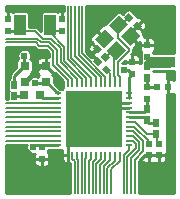
<source format=gbr>
G04 #@! TF.FileFunction,Copper,L1,Top,Signal*
%FSLAX46Y46*%
G04 Gerber Fmt 4.6, Leading zero omitted, Abs format (unit mm)*
G04 Created by KiCad (PCBNEW 4.0.0-stable) date Tuesday, December 15, 2015 'AMt' 11:23:10 AM*
%MOMM*%
G01*
G04 APERTURE LIST*
%ADD10C,0.100000*%
%ADD11R,0.750001X0.800001*%
%ADD12R,0.499999X0.650001*%
%ADD13R,1.000001X1.799999*%
%ADD14R,0.499999X0.599999*%
%ADD15R,0.599999X0.499999*%
%ADD16O,0.650001X0.200000*%
%ADD17O,0.200000X0.650001*%
%ADD18R,4.700001X4.700001*%
%ADD19R,0.800001X0.750001*%
%ADD20C,0.609600*%
%ADD21R,1.016000X0.939800*%
%ADD22C,0.660001*%
%ADD23C,0.254000*%
%ADD24C,0.152400*%
%ADD25C,0.228600*%
%ADD26C,0.381000*%
%ADD27C,0.203200*%
%ADD28C,0.939800*%
G04 APERTURE END LIST*
D10*
D11*
X78245000Y87520000D03*
X79595000Y87520000D03*
D12*
X77400000Y87455000D03*
X77400000Y88405000D03*
D13*
X77902935Y93467217D03*
X80402935Y93467217D03*
D14*
X81438935Y93967217D03*
X81438935Y92967217D03*
X76866935Y93967217D03*
X76866935Y92967217D03*
D10*
G36*
X84524330Y90028271D02*
X84100068Y90452533D01*
X84453620Y90806085D01*
X84877882Y90381823D01*
X84524330Y90028271D01*
X84524330Y90028271D01*
G37*
G36*
X85231436Y89321165D02*
X84807174Y89745427D01*
X85160726Y90098979D01*
X85584988Y89674717D01*
X85231436Y89321165D01*
X85231436Y89321165D01*
G37*
G36*
X85109926Y91165779D02*
X85534188Y90741517D01*
X85180636Y90387965D01*
X84756374Y90812227D01*
X85109926Y91165779D01*
X85109926Y91165779D01*
G37*
G36*
X84402820Y91872885D02*
X84827082Y91448623D01*
X84473530Y91095071D01*
X84049268Y91519333D01*
X84402820Y91872885D01*
X84402820Y91872885D01*
G37*
G36*
X87140530Y93762071D02*
X86716268Y94186333D01*
X87069820Y94539885D01*
X87494082Y94115623D01*
X87140530Y93762071D01*
X87140530Y93762071D01*
G37*
G36*
X87847636Y93054965D02*
X87423374Y93479227D01*
X87776926Y93832779D01*
X88201188Y93408517D01*
X87847636Y93054965D01*
X87847636Y93054965D01*
G37*
D14*
X88652528Y90808225D03*
X88652528Y91808225D03*
X87382528Y89360425D03*
X87382528Y90360425D03*
D12*
X88652528Y89979825D03*
X88652528Y89029825D03*
D15*
X89447928Y88260225D03*
X90447928Y88260225D03*
D14*
X88652528Y88201425D03*
X88652528Y87201425D03*
D12*
X88652528Y85423025D03*
X88652528Y86373025D03*
X89363730Y84280025D03*
X89363730Y85230025D03*
D14*
X89617728Y83451625D03*
X89617728Y82451625D03*
X88779528Y82451625D03*
X88779528Y83451625D03*
X79737125Y83146825D03*
X79737125Y82146825D03*
D16*
X81080933Y87691617D03*
X81080933Y87291617D03*
X81080933Y86891617D03*
X81080933Y86491617D03*
X81080933Y86091617D03*
X81080933Y85691617D03*
X81080933Y85291617D03*
X81080933Y84891617D03*
X81080933Y84491617D03*
X81080933Y84091617D03*
X81080933Y83691617D03*
X81080933Y83291617D03*
D17*
X81905933Y82466617D03*
X82305933Y82466617D03*
X82705933Y82466617D03*
X83105933Y82466617D03*
X83505933Y82466617D03*
X83905933Y82466617D03*
X84305933Y82466617D03*
X84705933Y82466617D03*
X85105933Y82466617D03*
X85505933Y82466617D03*
X85905933Y82466617D03*
X86305933Y82466617D03*
D16*
X87130933Y83291617D03*
X87130933Y83691617D03*
X87130933Y84091617D03*
X87130933Y84491617D03*
X87130933Y84891617D03*
X87130933Y85291617D03*
X87130933Y85691617D03*
X87130933Y86091617D03*
X87130933Y86491617D03*
X87130933Y86891617D03*
X87130933Y87291617D03*
X87130933Y87691617D03*
D17*
X86305933Y88516617D03*
X85905933Y88516617D03*
X85505933Y88516617D03*
X85105933Y88516617D03*
X84705933Y88516617D03*
X84305933Y88516617D03*
X83905933Y88516617D03*
X83505933Y88516617D03*
X83105933Y88516617D03*
X82705933Y88516617D03*
X82305933Y88516617D03*
X81905933Y88516617D03*
D18*
X84105933Y85491617D03*
D19*
X78263928Y90002025D03*
X78263928Y88652025D03*
X80067328Y88652025D03*
X80067328Y90002025D03*
D20*
X79152940Y93594220D03*
X89363730Y94127620D03*
X83775740Y94762620D03*
X90582940Y94762620D03*
X77019340Y94762620D03*
X81286540Y94762620D03*
X80067330Y90901820D03*
X81057930Y88768220D03*
X77019330Y83053220D03*
X77019340Y79624220D03*
X84207530Y93060820D03*
X90582940Y81732420D03*
X83928130Y91054220D03*
X81261130Y82443620D03*
X78975130Y82138820D03*
X77476530Y90901820D03*
X90582940Y89428620D03*
X90582940Y91308220D03*
X90582940Y79624220D03*
X88220740Y79624220D03*
X81870740Y79624220D03*
X90582940Y87269620D03*
D21*
X90481330Y90379340D03*
D10*
G36*
X85051873Y93158338D02*
X85829691Y92380520D01*
X84981163Y91531992D01*
X84203345Y92309810D01*
X85051873Y93158338D01*
X85051873Y93158338D01*
G37*
G36*
X86041813Y92168388D02*
X86819631Y91390570D01*
X85971103Y90542042D01*
X85193285Y91319860D01*
X86041813Y92168388D01*
X86041813Y92168388D01*
G37*
G36*
X86253953Y94360418D02*
X87031771Y93582600D01*
X86183243Y92734072D01*
X85405425Y93511890D01*
X86253953Y94360418D01*
X86253953Y94360418D01*
G37*
G36*
X87243893Y93370468D02*
X88021711Y92592650D01*
X87173183Y91744122D01*
X86395365Y92521940D01*
X87243893Y93370468D01*
X87243893Y93370468D01*
G37*
D20*
X88220730Y81732420D03*
D22*
X82305930Y87291620D03*
X83505930Y87291620D03*
X84705930Y87291620D03*
X85905930Y87291620D03*
X82305930Y86091620D03*
X83505930Y86091620D03*
X84705930Y86091620D03*
X85905930Y86091620D03*
X82305930Y84891620D03*
X83505930Y84891620D03*
X84705930Y84891620D03*
X85905930Y84891620D03*
X82305930Y83691620D03*
X83505930Y83691620D03*
X84705930Y83691620D03*
X85905930Y83691620D03*
D20*
X88500130Y92806820D03*
X87687330Y91206620D03*
X78238530Y90901820D03*
X86696730Y89682620D03*
X79152930Y88590420D03*
X79000530Y83154820D03*
D23*
X76866935Y92967217D02*
X77402935Y92967217D01*
X77402935Y92967217D02*
X77902935Y93467217D01*
D24*
X76866940Y92967220D02*
X79144940Y92967220D01*
X79144940Y92967220D02*
X79787940Y92324220D01*
X79787940Y92324220D02*
X80499140Y92324220D01*
X80499140Y92324220D02*
X81311930Y91511420D01*
X81311930Y90316880D02*
X81311930Y91511420D01*
X81311930Y90316880D02*
X82705930Y88922870D01*
X80902930Y92967220D02*
X81438940Y92967220D01*
X80384840Y92870320D02*
X81616730Y91638420D01*
X81616730Y90443130D02*
X81616730Y91638420D01*
X81616730Y90443130D02*
X83105930Y88953920D01*
D25*
X88144530Y81884820D02*
X88144530Y82155730D01*
X88144530Y82155730D02*
X88440420Y82451620D01*
X88440420Y82451620D02*
X88779530Y82451620D01*
X85105940Y86491630D02*
X87105930Y86491630D01*
X85505940Y86891620D02*
X87105930Y86891620D01*
X81905930Y83291620D02*
X84105940Y85491620D01*
D23*
X84357888Y91483978D02*
X83928130Y91054220D01*
X84488975Y90493375D02*
X83928130Y91054220D01*
D25*
X88652530Y91808230D02*
X88652530Y92705220D01*
X80067330Y90002020D02*
X81019830Y89111120D01*
D26*
X79613930Y90002020D02*
X80067330Y90002020D01*
D25*
X87382530Y90360430D02*
X87382530Y90952620D01*
X87382530Y90952620D02*
X87636530Y91206620D01*
D23*
X84488975Y90417178D02*
X84488975Y90493375D01*
X84438175Y91483978D02*
X84357888Y91483978D01*
D25*
X78238530Y88641220D02*
X78238530Y88819020D01*
D26*
X78263930Y88652020D02*
X79613930Y90002020D01*
D25*
X87687330Y91206620D02*
X87712730Y91206620D01*
X87636530Y91206620D02*
X87687330Y91206620D01*
X87687330Y91206620D02*
X87687330Y92078500D01*
X87208540Y92557290D02*
X87687330Y92078500D01*
X87208540Y92840130D02*
X87812280Y93443870D01*
X87208540Y92557290D02*
X87208540Y92840130D01*
X81905930Y82491620D02*
X81905930Y83291620D01*
X81905930Y81863280D02*
X81905930Y82466620D01*
X81770320Y81727660D02*
X81905930Y81863280D01*
D24*
X86140930Y90346020D02*
X87077730Y91282820D01*
X86140930Y89272480D02*
X86140930Y90346020D01*
X86140930Y89272480D02*
X86305930Y89107470D01*
X86305930Y88516620D02*
X86305930Y89107470D01*
X87077730Y91282820D02*
X87077730Y91486020D01*
X86163330Y93209130D02*
X87105180Y94150980D01*
X86163330Y92400420D02*
X86163330Y93209130D01*
X86163330Y92400420D02*
X87077730Y91486020D01*
X85836130Y89146230D02*
X85836130Y91184870D01*
X85836130Y89146230D02*
X85905930Y89076420D01*
X85836130Y91184870D02*
X85905930Y91254680D01*
X85905930Y91254680D02*
X86006460Y91355210D01*
X85905930Y91254680D02*
X85905930Y91308220D01*
X85676630Y91308220D02*
X85905930Y91308220D01*
X85145280Y90776870D02*
X85676630Y91308220D01*
X85905930Y88491620D02*
X85905930Y88516620D01*
X85905930Y88516620D02*
X85905930Y89076420D01*
D27*
X87105930Y85291630D02*
X87580760Y85291630D01*
X87580760Y85291630D02*
X88592360Y84280020D01*
X88592360Y84280020D02*
X89363730Y84280020D01*
X89490730Y83451620D02*
X89490730Y84153020D01*
X89363730Y84280020D02*
X89490730Y84153020D01*
D25*
X88660530Y88209420D02*
X89524130Y88209420D01*
X88652530Y88201430D02*
X88652530Y89029820D01*
X88652530Y86373030D02*
X88652530Y87226420D01*
X87105940Y86091620D02*
X88371120Y86091620D01*
X88371120Y86091620D02*
X88652530Y86373030D01*
D28*
X88855740Y90379340D02*
X90481330Y90379340D01*
D27*
X85196080Y89710070D02*
X85505930Y89400230D01*
X85505930Y88491630D02*
X85505930Y89400230D01*
D25*
X77400330Y89174630D02*
X78238530Y90012830D01*
X78238530Y90012830D02*
X78238530Y90901820D01*
X86696730Y89682620D02*
X87060330Y89682620D01*
X87060330Y89682620D02*
X87382530Y89360430D01*
X87105930Y89083830D02*
X87382530Y89360430D01*
X87105930Y87291620D02*
X87105930Y89083830D01*
X77400330Y88405030D02*
X77400330Y89174630D01*
D24*
X88779530Y83451620D02*
X88779530Y83625880D01*
X87513780Y84891630D02*
X88779530Y83625880D01*
X87105930Y84891630D02*
X87513780Y84891630D01*
D25*
X88845530Y85230030D02*
X89363730Y85230030D01*
X88383930Y85691620D02*
X88845530Y85230030D01*
X87105940Y85691620D02*
X88383930Y85691620D01*
X77426130Y87480830D02*
X78230530Y87480830D01*
X79610130Y87472830D02*
X79791330Y87291620D01*
X79791330Y87291620D02*
X81105930Y87291620D01*
D24*
X76689140Y86888620D02*
X81007130Y86888620D01*
X76689140Y86491630D02*
X81105930Y86491630D01*
X76689140Y86091630D02*
X81105930Y86091630D01*
X76689140Y85691620D02*
X81105930Y85691620D01*
X76689140Y85291630D02*
X81105930Y85291630D01*
X76689140Y84891630D02*
X81105930Y84891630D01*
X76689140Y84491620D02*
X81105930Y84491620D01*
X76689140Y84091630D02*
X81105930Y84091630D01*
X76689140Y83691630D02*
X81105930Y83691630D01*
X82305930Y82466620D02*
X82305930Y82491630D01*
X82506920Y79294020D02*
X82506920Y81944870D01*
X82305930Y82145860D02*
X82506920Y81944870D01*
X82305930Y82145860D02*
X82305930Y82466620D01*
X82811720Y79294020D02*
X82811720Y82071120D01*
X82705930Y82176910D02*
X82811720Y82071120D01*
X82705930Y82176910D02*
X82705930Y82466620D01*
X83116520Y79294020D02*
X83116520Y82235660D01*
X83105930Y82246250D02*
X83116520Y82235660D01*
X83105930Y82246250D02*
X83105930Y82466620D01*
X83105930Y82466620D02*
X83105930Y82491630D01*
X83505930Y82199680D02*
X83505930Y82466620D01*
X83421320Y79294020D02*
X83421320Y82115070D01*
X83421320Y82115070D02*
X83505930Y82199680D01*
X83726120Y81988810D02*
X83905930Y82168630D01*
X83726120Y79294020D02*
X83726120Y81988810D01*
X83905930Y82168630D02*
X83905930Y82466620D01*
X83905930Y82466620D02*
X83905930Y82491630D01*
X84033130Y81864470D02*
X84305930Y82137270D01*
X84033130Y79294020D02*
X84033130Y81864470D01*
X84305930Y82466620D02*
X84305930Y82491630D01*
X84305930Y82137270D02*
X84305930Y82466620D01*
X84337930Y81737470D02*
X84705930Y82105470D01*
X84337930Y79294020D02*
X84337930Y81737470D01*
X84705930Y82466620D02*
X84705930Y82491630D01*
X84705930Y82105470D02*
X84705930Y82466620D01*
X84665920Y79294020D02*
X84665920Y81633660D01*
X84665920Y81633660D02*
X85105930Y82073670D01*
X85105930Y82466620D02*
X85105930Y82491630D01*
X85105930Y82073670D02*
X85105930Y82466620D01*
X84970720Y81506660D02*
X85505930Y82041870D01*
X85505930Y82466620D02*
X85505930Y82491630D01*
X84970720Y79294020D02*
X84970720Y81506660D01*
X85505930Y82041870D02*
X85505930Y82466620D01*
X85275520Y81379650D02*
X85905930Y82010070D01*
X85905930Y82466620D02*
X85905930Y82491630D01*
X85275520Y79294020D02*
X85275520Y81379650D01*
X85905930Y82010070D02*
X85905930Y82466620D01*
X85580320Y81252660D02*
X86305930Y81978270D01*
X85580320Y79294020D02*
X85580320Y81252660D01*
X86305930Y82466620D02*
X86305930Y82491630D01*
X86305930Y81978270D02*
X86305930Y82466620D01*
X86671330Y82460610D02*
X87105930Y82895220D01*
X87105930Y82895220D02*
X87105930Y83291630D01*
X86671330Y79294020D02*
X86671330Y82460610D01*
X87420630Y83691630D02*
X87684530Y83427720D01*
X86976130Y82334360D02*
X87684530Y83042770D01*
X87684530Y83042770D02*
X87684530Y83427720D01*
X87105930Y83691630D02*
X87420630Y83691630D01*
X86976130Y79294020D02*
X86976130Y82334360D01*
X87989330Y82916520D02*
X87989330Y83553980D01*
X87280930Y82208110D02*
X87989330Y82916520D01*
X87280930Y79294020D02*
X87280930Y82208110D01*
X87451680Y84091630D02*
X87989330Y83553980D01*
X87105930Y84091630D02*
X87451680Y84091630D01*
X88294130Y82790270D02*
X88294130Y83680230D01*
X87585730Y82081860D02*
X88294130Y82790270D01*
X87585730Y79294020D02*
X87585730Y82081860D01*
X87482740Y84491620D02*
X88294130Y83680230D01*
X87105930Y84491620D02*
X87482740Y84491620D01*
X83140730Y91074380D02*
X83140730Y95090440D01*
X83140730Y91074380D02*
X85105930Y89109170D01*
X85105930Y88491620D02*
X85105930Y89109170D01*
X82835930Y90948130D02*
X82835930Y95090440D01*
X82835930Y90948130D02*
X84705930Y89078120D01*
X84705930Y88491620D02*
X84705930Y89078120D01*
X82531130Y90821880D02*
X82531130Y95090440D01*
X82531130Y90821880D02*
X84305940Y89047070D01*
X84305940Y88491620D02*
X84305940Y89047070D01*
X82226330Y90695630D02*
X82226330Y95090440D01*
X82226330Y90695630D02*
X83905930Y89016020D01*
X83905930Y88491620D02*
X83905930Y89016020D01*
X81921530Y90569380D02*
X81921530Y95090440D01*
X81921530Y90569380D02*
X83505930Y88984970D01*
X83505930Y88491620D02*
X83505930Y88984970D01*
X83105930Y88491620D02*
X83105930Y88953920D01*
X82705930Y88491620D02*
X82705930Y88922870D01*
X79660940Y92019420D02*
X80371390Y92019420D01*
X76688340Y92324220D02*
X79356140Y92324220D01*
X79356140Y92324220D02*
X79660940Y92019420D01*
X81007130Y90190620D02*
X81007130Y91383680D01*
X80371390Y92019420D02*
X81007130Y91383680D01*
X81007130Y90190620D02*
X82305930Y88891820D01*
X82305930Y88491620D02*
X82305930Y88891820D01*
X79508540Y91714620D02*
X80245140Y91714620D01*
X76688340Y92019420D02*
X79203740Y92019420D01*
X79203740Y92019420D02*
X79508540Y91714620D01*
X80702330Y90064370D02*
X80702330Y91257420D01*
X80245140Y91714620D02*
X80702330Y91257420D01*
X80702330Y90064370D02*
X81905930Y88860770D01*
X81905930Y88491630D02*
X81905930Y88860770D01*
D23*
X81080933Y83291617D02*
X79881917Y83291617D01*
X79881917Y83291617D02*
X79737125Y83146825D01*
D25*
X79152930Y88590420D02*
X80182130Y88590420D01*
X80182130Y88590420D02*
X81080930Y87691620D01*
X79035730Y83291630D02*
X81105930Y83291630D01*
D23*
G36*
X89973330Y89628689D02*
X90924480Y89628689D01*
X90924480Y88849485D01*
X90859061Y88876582D01*
X90785452Y88891224D01*
X90543678Y88891224D01*
X90448428Y88795974D01*
X90448428Y88260725D01*
X90468428Y88260725D01*
X90468428Y88259725D01*
X90448428Y88259725D01*
X90448428Y87724476D01*
X90543678Y87629226D01*
X90785452Y87629226D01*
X90859061Y87643868D01*
X90924480Y87670965D01*
X90924480Y79283860D01*
X87940712Y79283860D01*
X87941295Y79289055D01*
X87941330Y79294020D01*
X87941330Y81934567D01*
X88148529Y82141769D01*
X88148529Y82114101D01*
X88163171Y82040492D01*
X88191891Y81971155D01*
X88233587Y81908752D01*
X88286656Y81855684D01*
X88349058Y81813988D01*
X88418396Y81785268D01*
X88492004Y81770626D01*
X88683778Y81770626D01*
X88779028Y81865876D01*
X88779028Y82451125D01*
X88780028Y82451125D01*
X88780028Y81865876D01*
X88875278Y81770626D01*
X89067052Y81770626D01*
X89140660Y81785268D01*
X89198628Y81809279D01*
X89256596Y81785268D01*
X89330204Y81770626D01*
X89521978Y81770626D01*
X89617228Y81865876D01*
X89617228Y82451125D01*
X89618228Y82451125D01*
X89618228Y81865876D01*
X89713478Y81770626D01*
X89905252Y81770626D01*
X89978860Y81785268D01*
X90048198Y81813988D01*
X90110600Y81855684D01*
X90163669Y81908752D01*
X90205365Y81971155D01*
X90234085Y82040492D01*
X90248727Y82114101D01*
X90248727Y82355875D01*
X90153477Y82451125D01*
X89618228Y82451125D01*
X89617228Y82451125D01*
X88780028Y82451125D01*
X88779028Y82451125D01*
X88759028Y82451125D01*
X88759028Y82452125D01*
X88779028Y82452125D01*
X88779028Y82472125D01*
X88780028Y82472125D01*
X88780028Y82452125D01*
X89617228Y82452125D01*
X89617228Y82472125D01*
X89618228Y82472125D01*
X89618228Y82452125D01*
X90153477Y82452125D01*
X90248727Y82547375D01*
X90248727Y82664898D01*
X90283953Y82687565D01*
X90312394Y82729190D01*
X90322400Y82778600D01*
X90322400Y87629226D01*
X90352178Y87629226D01*
X90447428Y87724476D01*
X90447428Y88259725D01*
X90427428Y88259725D01*
X90427428Y88260725D01*
X90447428Y88260725D01*
X90447428Y88795974D01*
X90352178Y88891224D01*
X90322400Y88891224D01*
X90322400Y89433400D01*
X90313715Y89479559D01*
X90286435Y89521953D01*
X90244810Y89550394D01*
X90195400Y89560400D01*
X89164856Y89560400D01*
X89172163Y89576610D01*
X89179756Y89630040D01*
X89963823Y89630040D01*
X89973330Y89628689D01*
X89973330Y89628689D01*
G37*
X89973330Y89628689D02*
X90924480Y89628689D01*
X90924480Y88849485D01*
X90859061Y88876582D01*
X90785452Y88891224D01*
X90543678Y88891224D01*
X90448428Y88795974D01*
X90448428Y88260725D01*
X90468428Y88260725D01*
X90468428Y88259725D01*
X90448428Y88259725D01*
X90448428Y87724476D01*
X90543678Y87629226D01*
X90785452Y87629226D01*
X90859061Y87643868D01*
X90924480Y87670965D01*
X90924480Y79283860D01*
X87940712Y79283860D01*
X87941295Y79289055D01*
X87941330Y79294020D01*
X87941330Y81934567D01*
X88148529Y82141769D01*
X88148529Y82114101D01*
X88163171Y82040492D01*
X88191891Y81971155D01*
X88233587Y81908752D01*
X88286656Y81855684D01*
X88349058Y81813988D01*
X88418396Y81785268D01*
X88492004Y81770626D01*
X88683778Y81770626D01*
X88779028Y81865876D01*
X88779028Y82451125D01*
X88780028Y82451125D01*
X88780028Y81865876D01*
X88875278Y81770626D01*
X89067052Y81770626D01*
X89140660Y81785268D01*
X89198628Y81809279D01*
X89256596Y81785268D01*
X89330204Y81770626D01*
X89521978Y81770626D01*
X89617228Y81865876D01*
X89617228Y82451125D01*
X89618228Y82451125D01*
X89618228Y81865876D01*
X89713478Y81770626D01*
X89905252Y81770626D01*
X89978860Y81785268D01*
X90048198Y81813988D01*
X90110600Y81855684D01*
X90163669Y81908752D01*
X90205365Y81971155D01*
X90234085Y82040492D01*
X90248727Y82114101D01*
X90248727Y82355875D01*
X90153477Y82451125D01*
X89618228Y82451125D01*
X89617228Y82451125D01*
X88780028Y82451125D01*
X88779028Y82451125D01*
X88759028Y82451125D01*
X88759028Y82452125D01*
X88779028Y82452125D01*
X88779028Y82472125D01*
X88780028Y82472125D01*
X88780028Y82452125D01*
X89617228Y82452125D01*
X89617228Y82472125D01*
X89618228Y82472125D01*
X89618228Y82452125D01*
X90153477Y82452125D01*
X90248727Y82547375D01*
X90248727Y82664898D01*
X90283953Y82687565D01*
X90312394Y82729190D01*
X90322400Y82778600D01*
X90322400Y87629226D01*
X90352178Y87629226D01*
X90447428Y87724476D01*
X90447428Y88259725D01*
X90427428Y88259725D01*
X90427428Y88260725D01*
X90447428Y88260725D01*
X90447428Y88795974D01*
X90352178Y88891224D01*
X90322400Y88891224D01*
X90322400Y89433400D01*
X90313715Y89479559D01*
X90286435Y89521953D01*
X90244810Y89550394D01*
X90195400Y89560400D01*
X89164856Y89560400D01*
X89172163Y89576610D01*
X89179756Y89630040D01*
X89963823Y89630040D01*
X89973330Y89628689D01*
G36*
X76684175Y83336065D02*
X76689140Y83336030D01*
X78442572Y83336030D01*
X78440981Y83332319D01*
X78417161Y83220255D01*
X78415562Y83105699D01*
X78436243Y82993013D01*
X78478419Y82886491D01*
X78540481Y82790189D01*
X78620066Y82707776D01*
X78714143Y82642391D01*
X78819129Y82596524D01*
X78931024Y82571922D01*
X79045566Y82569523D01*
X79131861Y82584740D01*
X79120768Y82557958D01*
X79106126Y82484349D01*
X79106126Y82242575D01*
X79201376Y82147325D01*
X79736625Y82147325D01*
X79736625Y82167325D01*
X79737625Y82167325D01*
X79737625Y82147325D01*
X80272874Y82147325D01*
X80368124Y82242575D01*
X80368124Y82466117D01*
X81424933Y82466117D01*
X81424933Y82241117D01*
X81434273Y82147288D01*
X81461738Y82057084D01*
X81506274Y81973972D01*
X81566168Y81901145D01*
X81639119Y81841402D01*
X81722324Y81797039D01*
X81812585Y81769761D01*
X81830194Y81766617D01*
X81905433Y81855867D01*
X81905433Y82466117D01*
X81424933Y82466117D01*
X80368124Y82466117D01*
X80368124Y82484349D01*
X80353482Y82557958D01*
X80324762Y82627295D01*
X80283066Y82689698D01*
X80240414Y82732349D01*
X80256760Y82768611D01*
X80267875Y82846826D01*
X80267875Y82885217D01*
X81080933Y82885217D01*
X81159870Y82892957D01*
X81223664Y82912217D01*
X81308857Y82912217D01*
X81382550Y82919443D01*
X81435482Y82935424D01*
X81459991Y82898743D01*
X81469011Y82889723D01*
X81461738Y82876150D01*
X81434273Y82785946D01*
X81424933Y82692117D01*
X81424933Y82467117D01*
X81905433Y82467117D01*
X81905433Y82487117D01*
X81906433Y82487117D01*
X81906433Y82467117D01*
X81926433Y82467117D01*
X81926433Y82466117D01*
X81906433Y82466117D01*
X81906433Y81855867D01*
X81981672Y81766617D01*
X81999281Y81769761D01*
X82089542Y81797039D01*
X82130186Y81818710D01*
X82151320Y81797576D01*
X82151320Y79294020D01*
X82152316Y79283860D01*
X76678180Y79283860D01*
X76678180Y82051075D01*
X79106126Y82051075D01*
X79106126Y81809301D01*
X79120768Y81735692D01*
X79149488Y81666355D01*
X79191184Y81603952D01*
X79244253Y81550884D01*
X79306655Y81509188D01*
X79375993Y81480468D01*
X79449601Y81465826D01*
X79641375Y81465826D01*
X79736625Y81561076D01*
X79736625Y82146325D01*
X79737625Y82146325D01*
X79737625Y81561076D01*
X79832875Y81465826D01*
X80024649Y81465826D01*
X80098257Y81480468D01*
X80167595Y81509188D01*
X80229997Y81550884D01*
X80283066Y81603952D01*
X80324762Y81666355D01*
X80353482Y81735692D01*
X80368124Y81809301D01*
X80368124Y82051075D01*
X80272874Y82146325D01*
X79737625Y82146325D01*
X79736625Y82146325D01*
X79201376Y82146325D01*
X79106126Y82051075D01*
X76678180Y82051075D01*
X76678180Y83336737D01*
X76684175Y83336065D01*
X76684175Y83336065D01*
G37*
X76684175Y83336065D02*
X76689140Y83336030D01*
X78442572Y83336030D01*
X78440981Y83332319D01*
X78417161Y83220255D01*
X78415562Y83105699D01*
X78436243Y82993013D01*
X78478419Y82886491D01*
X78540481Y82790189D01*
X78620066Y82707776D01*
X78714143Y82642391D01*
X78819129Y82596524D01*
X78931024Y82571922D01*
X79045566Y82569523D01*
X79131861Y82584740D01*
X79120768Y82557958D01*
X79106126Y82484349D01*
X79106126Y82242575D01*
X79201376Y82147325D01*
X79736625Y82147325D01*
X79736625Y82167325D01*
X79737625Y82167325D01*
X79737625Y82147325D01*
X80272874Y82147325D01*
X80368124Y82242575D01*
X80368124Y82466117D01*
X81424933Y82466117D01*
X81424933Y82241117D01*
X81434273Y82147288D01*
X81461738Y82057084D01*
X81506274Y81973972D01*
X81566168Y81901145D01*
X81639119Y81841402D01*
X81722324Y81797039D01*
X81812585Y81769761D01*
X81830194Y81766617D01*
X81905433Y81855867D01*
X81905433Y82466117D01*
X81424933Y82466117D01*
X80368124Y82466117D01*
X80368124Y82484349D01*
X80353482Y82557958D01*
X80324762Y82627295D01*
X80283066Y82689698D01*
X80240414Y82732349D01*
X80256760Y82768611D01*
X80267875Y82846826D01*
X80267875Y82885217D01*
X81080933Y82885217D01*
X81159870Y82892957D01*
X81223664Y82912217D01*
X81308857Y82912217D01*
X81382550Y82919443D01*
X81435482Y82935424D01*
X81459991Y82898743D01*
X81469011Y82889723D01*
X81461738Y82876150D01*
X81434273Y82785946D01*
X81424933Y82692117D01*
X81424933Y82467117D01*
X81905433Y82467117D01*
X81905433Y82487117D01*
X81906433Y82487117D01*
X81906433Y82467117D01*
X81926433Y82467117D01*
X81926433Y82466117D01*
X81906433Y82466117D01*
X81906433Y81855867D01*
X81981672Y81766617D01*
X81999281Y81769761D01*
X82089542Y81797039D01*
X82130186Y81818710D01*
X82151320Y81797576D01*
X82151320Y79294020D01*
X82152316Y79283860D01*
X76678180Y79283860D01*
X76678180Y82051075D01*
X79106126Y82051075D01*
X79106126Y81809301D01*
X79120768Y81735692D01*
X79149488Y81666355D01*
X79191184Y81603952D01*
X79244253Y81550884D01*
X79306655Y81509188D01*
X79375993Y81480468D01*
X79449601Y81465826D01*
X79641375Y81465826D01*
X79736625Y81561076D01*
X79736625Y82146325D01*
X79737625Y82146325D01*
X79737625Y81561076D01*
X79832875Y81465826D01*
X80024649Y81465826D01*
X80098257Y81480468D01*
X80167595Y81509188D01*
X80229997Y81550884D01*
X80283066Y81603952D01*
X80324762Y81666355D01*
X80353482Y81735692D01*
X80368124Y81809301D01*
X80368124Y82051075D01*
X80272874Y82146325D01*
X79737625Y82146325D01*
X79736625Y82146325D01*
X79201376Y82146325D01*
X79106126Y82051075D01*
X76678180Y82051075D01*
X76678180Y83336737D01*
X76684175Y83336065D01*
G36*
X84106433Y85492117D02*
X84126433Y85492117D01*
X84126433Y85491117D01*
X84106433Y85491117D01*
X84106433Y85471117D01*
X84105433Y85471117D01*
X84105433Y85491117D01*
X84085433Y85491117D01*
X84085433Y85492117D01*
X84105433Y85492117D01*
X84105433Y85512117D01*
X84106433Y85512117D01*
X84106433Y85492117D01*
X84106433Y85492117D01*
G37*
X84106433Y85492117D02*
X84126433Y85492117D01*
X84126433Y85491117D01*
X84106433Y85491117D01*
X84106433Y85471117D01*
X84105433Y85471117D01*
X84105433Y85491117D01*
X84085433Y85491117D01*
X84085433Y85492117D01*
X84105433Y85492117D01*
X84105433Y85512117D01*
X84106433Y85512117D01*
X84106433Y85492117D01*
G36*
X76683375Y91663855D02*
X76688340Y91663820D01*
X79056446Y91663820D01*
X79257093Y91463173D01*
X79282506Y91442298D01*
X79307638Y91421210D01*
X79309274Y91420311D01*
X79310721Y91419122D01*
X79339693Y91403587D01*
X79368454Y91387775D01*
X79370236Y91387210D01*
X79371884Y91386326D01*
X79403304Y91376720D01*
X79434607Y91366791D01*
X79436465Y91366583D01*
X79438253Y91366036D01*
X79470904Y91362720D01*
X79503575Y91359055D01*
X79507238Y91359029D01*
X79507299Y91359023D01*
X79507356Y91359028D01*
X79508540Y91359020D01*
X80097844Y91359020D01*
X80346730Y91110128D01*
X80346730Y90758025D01*
X80163078Y90758025D01*
X80067828Y90662775D01*
X80067828Y90002525D01*
X80087828Y90002525D01*
X80087828Y90001525D01*
X80067828Y90001525D01*
X80067828Y89981525D01*
X80066828Y89981525D01*
X80066828Y90001525D01*
X79381578Y90001525D01*
X79286328Y89906275D01*
X79286328Y89589500D01*
X79300970Y89515891D01*
X79329690Y89446554D01*
X79371386Y89384151D01*
X79424455Y89331083D01*
X79486857Y89289387D01*
X79531961Y89270705D01*
X79481403Y89237389D01*
X79430158Y89177262D01*
X79403769Y89118721D01*
X79326519Y89151194D01*
X79214291Y89174231D01*
X79099726Y89175031D01*
X79021217Y89160054D01*
X79001566Y89207496D01*
X78959870Y89269899D01*
X78906801Y89322967D01*
X78844399Y89364663D01*
X78799295Y89383345D01*
X78849853Y89416661D01*
X78901098Y89476788D01*
X78933564Y89548810D01*
X78944679Y89627025D01*
X78944679Y90377025D01*
X78941687Y90414550D01*
X79286328Y90414550D01*
X79286328Y90097775D01*
X79381578Y90002525D01*
X80066828Y90002525D01*
X80066828Y90662775D01*
X79971578Y90758025D01*
X79629803Y90758025D01*
X79556195Y90743383D01*
X79486857Y90714663D01*
X79424455Y90672967D01*
X79371386Y90619899D01*
X79329690Y90557496D01*
X79300970Y90488159D01*
X79286328Y90414550D01*
X78941687Y90414550D01*
X78941131Y90421518D01*
X78917761Y90496984D01*
X78874292Y90562950D01*
X78814165Y90614195D01*
X78760713Y90638290D01*
X78795546Y90716525D01*
X78820928Y90828246D01*
X78822755Y90959104D01*
X78800502Y91071489D01*
X78756844Y91177412D01*
X78693443Y91272838D01*
X78612715Y91354132D01*
X78517734Y91418197D01*
X78412119Y91462594D01*
X78299891Y91485631D01*
X78185326Y91486431D01*
X78072788Y91464963D01*
X77966563Y91422045D01*
X77870697Y91359312D01*
X77788841Y91279154D01*
X77724114Y91184622D01*
X77678981Y91079319D01*
X77655161Y90967255D01*
X77653562Y90852699D01*
X77674243Y90740013D01*
X77716419Y90633491D01*
X77725822Y90618900D01*
X77678003Y90587389D01*
X77626758Y90527262D01*
X77594292Y90455240D01*
X77583177Y90377025D01*
X77583177Y89914253D01*
X77121942Y89453018D01*
X77098837Y89424890D01*
X77075483Y89397058D01*
X77074487Y89395246D01*
X77073171Y89393644D01*
X77055972Y89361567D01*
X77038466Y89329725D01*
X77037840Y89327753D01*
X77036862Y89325928D01*
X77026229Y89291150D01*
X77015233Y89256485D01*
X77015002Y89254428D01*
X77014397Y89252448D01*
X77010732Y89216361D01*
X77006668Y89180127D01*
X77006640Y89176074D01*
X77006633Y89176005D01*
X77006639Y89175941D01*
X77006630Y89174630D01*
X77006630Y88968405D01*
X76964076Y88940364D01*
X76912831Y88880237D01*
X76880365Y88808215D01*
X76869250Y88730000D01*
X76869250Y88080000D01*
X76872798Y88035507D01*
X76896168Y87960041D01*
X76914510Y87932207D01*
X76912831Y87930237D01*
X76880365Y87858215D01*
X76869250Y87780000D01*
X76869250Y87244220D01*
X76689140Y87244220D01*
X76678180Y87243145D01*
X76678180Y91664438D01*
X76683375Y91663855D01*
X76683375Y91663855D01*
G37*
X76683375Y91663855D02*
X76688340Y91663820D01*
X79056446Y91663820D01*
X79257093Y91463173D01*
X79282506Y91442298D01*
X79307638Y91421210D01*
X79309274Y91420311D01*
X79310721Y91419122D01*
X79339693Y91403587D01*
X79368454Y91387775D01*
X79370236Y91387210D01*
X79371884Y91386326D01*
X79403304Y91376720D01*
X79434607Y91366791D01*
X79436465Y91366583D01*
X79438253Y91366036D01*
X79470904Y91362720D01*
X79503575Y91359055D01*
X79507238Y91359029D01*
X79507299Y91359023D01*
X79507356Y91359028D01*
X79508540Y91359020D01*
X80097844Y91359020D01*
X80346730Y91110128D01*
X80346730Y90758025D01*
X80163078Y90758025D01*
X80067828Y90662775D01*
X80067828Y90002525D01*
X80087828Y90002525D01*
X80087828Y90001525D01*
X80067828Y90001525D01*
X80067828Y89981525D01*
X80066828Y89981525D01*
X80066828Y90001525D01*
X79381578Y90001525D01*
X79286328Y89906275D01*
X79286328Y89589500D01*
X79300970Y89515891D01*
X79329690Y89446554D01*
X79371386Y89384151D01*
X79424455Y89331083D01*
X79486857Y89289387D01*
X79531961Y89270705D01*
X79481403Y89237389D01*
X79430158Y89177262D01*
X79403769Y89118721D01*
X79326519Y89151194D01*
X79214291Y89174231D01*
X79099726Y89175031D01*
X79021217Y89160054D01*
X79001566Y89207496D01*
X78959870Y89269899D01*
X78906801Y89322967D01*
X78844399Y89364663D01*
X78799295Y89383345D01*
X78849853Y89416661D01*
X78901098Y89476788D01*
X78933564Y89548810D01*
X78944679Y89627025D01*
X78944679Y90377025D01*
X78941687Y90414550D01*
X79286328Y90414550D01*
X79286328Y90097775D01*
X79381578Y90002525D01*
X80066828Y90002525D01*
X80066828Y90662775D01*
X79971578Y90758025D01*
X79629803Y90758025D01*
X79556195Y90743383D01*
X79486857Y90714663D01*
X79424455Y90672967D01*
X79371386Y90619899D01*
X79329690Y90557496D01*
X79300970Y90488159D01*
X79286328Y90414550D01*
X78941687Y90414550D01*
X78941131Y90421518D01*
X78917761Y90496984D01*
X78874292Y90562950D01*
X78814165Y90614195D01*
X78760713Y90638290D01*
X78795546Y90716525D01*
X78820928Y90828246D01*
X78822755Y90959104D01*
X78800502Y91071489D01*
X78756844Y91177412D01*
X78693443Y91272838D01*
X78612715Y91354132D01*
X78517734Y91418197D01*
X78412119Y91462594D01*
X78299891Y91485631D01*
X78185326Y91486431D01*
X78072788Y91464963D01*
X77966563Y91422045D01*
X77870697Y91359312D01*
X77788841Y91279154D01*
X77724114Y91184622D01*
X77678981Y91079319D01*
X77655161Y90967255D01*
X77653562Y90852699D01*
X77674243Y90740013D01*
X77716419Y90633491D01*
X77725822Y90618900D01*
X77678003Y90587389D01*
X77626758Y90527262D01*
X77594292Y90455240D01*
X77583177Y90377025D01*
X77583177Y89914253D01*
X77121942Y89453018D01*
X77098837Y89424890D01*
X77075483Y89397058D01*
X77074487Y89395246D01*
X77073171Y89393644D01*
X77055972Y89361567D01*
X77038466Y89329725D01*
X77037840Y89327753D01*
X77036862Y89325928D01*
X77026229Y89291150D01*
X77015233Y89256485D01*
X77015002Y89254428D01*
X77014397Y89252448D01*
X77010732Y89216361D01*
X77006668Y89180127D01*
X77006640Y89176074D01*
X77006633Y89176005D01*
X77006639Y89175941D01*
X77006630Y89174630D01*
X77006630Y88968405D01*
X76964076Y88940364D01*
X76912831Y88880237D01*
X76880365Y88808215D01*
X76869250Y88730000D01*
X76869250Y88080000D01*
X76872798Y88035507D01*
X76896168Y87960041D01*
X76914510Y87932207D01*
X76912831Y87930237D01*
X76880365Y87858215D01*
X76869250Y87780000D01*
X76869250Y87244220D01*
X76689140Y87244220D01*
X76678180Y87243145D01*
X76678180Y91664438D01*
X76683375Y91663855D01*
G36*
X81526533Y88737273D02*
X81526533Y88288693D01*
X81533759Y88215000D01*
X81549740Y88162068D01*
X81513060Y88137559D01*
X81459991Y88084491D01*
X81435356Y88047621D01*
X81387739Y88062726D01*
X81314154Y88070980D01*
X81308857Y88071017D01*
X81258309Y88071017D01*
X80748079Y88581247D01*
X80748079Y89027025D01*
X80744531Y89071518D01*
X80721161Y89146984D01*
X80677692Y89212950D01*
X80617565Y89264195D01*
X80602918Y89270797D01*
X80647799Y89289387D01*
X80710201Y89331083D01*
X80763270Y89384151D01*
X80804966Y89446554D01*
X80808564Y89455242D01*
X81526533Y88737273D01*
X81526533Y88737273D01*
G37*
X81526533Y88737273D02*
X81526533Y88288693D01*
X81533759Y88215000D01*
X81549740Y88162068D01*
X81513060Y88137559D01*
X81459991Y88084491D01*
X81435356Y88047621D01*
X81387739Y88062726D01*
X81314154Y88070980D01*
X81308857Y88071017D01*
X81258309Y88071017D01*
X80748079Y88581247D01*
X80748079Y89027025D01*
X80744531Y89071518D01*
X80721161Y89146984D01*
X80677692Y89212950D01*
X80617565Y89264195D01*
X80602918Y89270797D01*
X80647799Y89289387D01*
X80710201Y89331083D01*
X80763270Y89384151D01*
X80804966Y89446554D01*
X80808564Y89455242D01*
X81526533Y88737273D01*
G36*
X78264428Y88652525D02*
X78284428Y88652525D01*
X78284428Y88651525D01*
X78264428Y88651525D01*
X78264428Y88631525D01*
X78263428Y88631525D01*
X78263428Y88651525D01*
X78243428Y88651525D01*
X78243428Y88652525D01*
X78263428Y88652525D01*
X78263428Y88672525D01*
X78264428Y88672525D01*
X78264428Y88652525D01*
X78264428Y88652525D01*
G37*
X78264428Y88652525D02*
X78284428Y88652525D01*
X78284428Y88651525D01*
X78264428Y88651525D01*
X78264428Y88631525D01*
X78263428Y88631525D01*
X78263428Y88651525D01*
X78243428Y88651525D01*
X78243428Y88652525D01*
X78263428Y88652525D01*
X78263428Y88672525D01*
X78264428Y88672525D01*
X78264428Y88652525D01*
G36*
X90924480Y91129991D02*
X89973330Y91129991D01*
X89956388Y91128640D01*
X89181650Y91128640D01*
X89179730Y91152717D01*
X89157528Y91224412D01*
X89198469Y91265352D01*
X89240165Y91327755D01*
X89268885Y91397092D01*
X89283527Y91470701D01*
X89283527Y91712475D01*
X89188277Y91807725D01*
X88653028Y91807725D01*
X88653028Y91787725D01*
X88652028Y91787725D01*
X88652028Y91807725D01*
X88116779Y91807725D01*
X88021529Y91712475D01*
X88021529Y91470701D01*
X88036171Y91397092D01*
X88064891Y91327755D01*
X88106587Y91265352D01*
X88149239Y91222701D01*
X88132893Y91186439D01*
X88121778Y91108224D01*
X88121778Y90530118D01*
X88121744Y90530008D01*
X88106458Y90384571D01*
X88114428Y90297000D01*
X87981202Y90297000D01*
X87918277Y90359925D01*
X87383028Y90359925D01*
X87383028Y90339925D01*
X87382028Y90339925D01*
X87382028Y90359925D01*
X86846779Y90359925D01*
X86753318Y90266464D01*
X86643526Y90267231D01*
X86546532Y90248728D01*
X86752754Y90454950D01*
X86846779Y90360925D01*
X87382028Y90360925D01*
X87382028Y90946174D01*
X87383028Y90946174D01*
X87383028Y90360925D01*
X87918277Y90360925D01*
X88013527Y90456175D01*
X88013527Y90697949D01*
X87998885Y90771558D01*
X87970165Y90840895D01*
X87928469Y90903298D01*
X87875400Y90956366D01*
X87812998Y90998062D01*
X87743660Y91026782D01*
X87670052Y91041424D01*
X87478278Y91041424D01*
X87383028Y90946174D01*
X87382028Y90946174D01*
X87313003Y91015199D01*
X87329177Y91031373D01*
X87350052Y91056786D01*
X87371140Y91081918D01*
X87372039Y91083554D01*
X87373228Y91085001D01*
X87388763Y91113973D01*
X87404575Y91142734D01*
X87405140Y91144516D01*
X87406024Y91146164D01*
X87415630Y91177584D01*
X87425559Y91208887D01*
X87425767Y91210745D01*
X87426314Y91212533D01*
X87429630Y91245184D01*
X87433295Y91277855D01*
X87433321Y91281518D01*
X87433327Y91281579D01*
X87433322Y91281636D01*
X87433330Y91282820D01*
X87433330Y91465454D01*
X87799149Y91831273D01*
X87799149Y91965977D01*
X87208538Y92556588D01*
X87194396Y92542446D01*
X87193689Y92543153D01*
X87207831Y92557295D01*
X87193689Y92571438D01*
X87194396Y92572145D01*
X87208538Y92558002D01*
X87222681Y92572145D01*
X87223388Y92571438D01*
X87209245Y92557295D01*
X87799856Y91966684D01*
X87934560Y91966684D01*
X88021529Y92053653D01*
X88021529Y91903975D01*
X88116779Y91808725D01*
X88652028Y91808725D01*
X88652028Y92393974D01*
X88653028Y92393974D01*
X88653028Y91808725D01*
X89188277Y91808725D01*
X89283527Y91903975D01*
X89283527Y92145749D01*
X89268885Y92219358D01*
X89240165Y92288695D01*
X89198469Y92351098D01*
X89145400Y92404166D01*
X89082998Y92445862D01*
X89013660Y92474582D01*
X88940052Y92489224D01*
X88748278Y92489224D01*
X88653028Y92393974D01*
X88652028Y92393974D01*
X88556778Y92489224D01*
X88389602Y92489224D01*
X88402711Y92555125D01*
X88402711Y92630175D01*
X88388069Y92703784D01*
X88359349Y92773121D01*
X88317653Y92835524D01*
X88264584Y92888592D01*
X88226115Y92927061D01*
X88226115Y93029331D01*
X87812281Y93443165D01*
X87798139Y93429023D01*
X87797432Y93429730D01*
X87811574Y93443872D01*
X87812988Y93443872D01*
X88226822Y93030038D01*
X88361525Y93030038D01*
X88497130Y93165643D01*
X88538825Y93228045D01*
X88567547Y93297383D01*
X88582188Y93370991D01*
X88582189Y93446041D01*
X88567547Y93519651D01*
X88538826Y93588987D01*
X88497130Y93651390D01*
X88444062Y93704459D01*
X88326170Y93822350D01*
X88191466Y93822350D01*
X87812988Y93443872D01*
X87811574Y93443872D01*
X87797432Y93458015D01*
X87798139Y93458722D01*
X87812281Y93444579D01*
X88190759Y93823057D01*
X88190759Y93957761D01*
X88072868Y94075653D01*
X88019799Y94128721D01*
X87957396Y94170417D01*
X87888060Y94199138D01*
X87814450Y94213780D01*
X87754133Y94213779D01*
X87740050Y94250978D01*
X87692603Y94314144D01*
X87268341Y94738406D01*
X87234371Y94767359D01*
X87164483Y94804195D01*
X87087100Y94820104D01*
X87008349Y94813824D01*
X86934465Y94785853D01*
X86871299Y94738406D01*
X86572153Y94439260D01*
X86452474Y94558939D01*
X86418504Y94587892D01*
X86348616Y94624728D01*
X86271233Y94640637D01*
X86192482Y94634357D01*
X86118598Y94606386D01*
X86055432Y94558939D01*
X85206904Y93710411D01*
X85177951Y93676441D01*
X85141115Y93606553D01*
X85125807Y93532096D01*
X85089398Y93539338D01*
X85014348Y93539338D01*
X84940739Y93524696D01*
X84871402Y93495975D01*
X84809000Y93454280D01*
X84425907Y93071187D01*
X84425907Y92936483D01*
X85016518Y92345872D01*
X85030661Y92360015D01*
X85031368Y92359308D01*
X85017225Y92345165D01*
X85031368Y92331023D01*
X85030661Y92330316D01*
X85016518Y92344458D01*
X85002376Y92330316D01*
X85001669Y92331023D01*
X85015811Y92345165D01*
X84425200Y92935776D01*
X84290496Y92935776D01*
X83907403Y92552683D01*
X83865708Y92490281D01*
X83836987Y92420944D01*
X83822345Y92347335D01*
X83822345Y92272285D01*
X83836987Y92198676D01*
X83865707Y92129339D01*
X83907403Y92066936D01*
X83960472Y92013868D01*
X84024341Y91949999D01*
X84024341Y91898519D01*
X84438175Y91484685D01*
X84452318Y91498828D01*
X84453025Y91498121D01*
X84438882Y91483978D01*
X84453025Y91469836D01*
X84452318Y91469129D01*
X84438175Y91483271D01*
X84059697Y91104793D01*
X84059697Y90970089D01*
X84075141Y90954645D01*
X84075141Y90831719D01*
X84488975Y90417885D01*
X84503118Y90432028D01*
X84503825Y90431321D01*
X84489682Y90417178D01*
X84503825Y90403036D01*
X84503118Y90402329D01*
X84488975Y90416471D01*
X84474833Y90402329D01*
X84474126Y90403036D01*
X84488268Y90417178D01*
X84074434Y90831012D01*
X83939731Y90831012D01*
X83913361Y90804642D01*
X83496330Y91221674D01*
X83496330Y91481809D01*
X83668267Y91481809D01*
X83682909Y91408199D01*
X83711630Y91338863D01*
X83753326Y91276460D01*
X83806394Y91223391D01*
X83924286Y91105500D01*
X84058990Y91105500D01*
X84437468Y91483978D01*
X84023634Y91897812D01*
X83888931Y91897812D01*
X83753326Y91762207D01*
X83711631Y91699805D01*
X83682909Y91630467D01*
X83668268Y91556859D01*
X83668267Y91481809D01*
X83496330Y91481809D01*
X83496330Y95090440D01*
X83495101Y95102980D01*
X90924480Y95102980D01*
X90924480Y91129991D01*
X90924480Y91129991D01*
G37*
X90924480Y91129991D02*
X89973330Y91129991D01*
X89956388Y91128640D01*
X89181650Y91128640D01*
X89179730Y91152717D01*
X89157528Y91224412D01*
X89198469Y91265352D01*
X89240165Y91327755D01*
X89268885Y91397092D01*
X89283527Y91470701D01*
X89283527Y91712475D01*
X89188277Y91807725D01*
X88653028Y91807725D01*
X88653028Y91787725D01*
X88652028Y91787725D01*
X88652028Y91807725D01*
X88116779Y91807725D01*
X88021529Y91712475D01*
X88021529Y91470701D01*
X88036171Y91397092D01*
X88064891Y91327755D01*
X88106587Y91265352D01*
X88149239Y91222701D01*
X88132893Y91186439D01*
X88121778Y91108224D01*
X88121778Y90530118D01*
X88121744Y90530008D01*
X88106458Y90384571D01*
X88114428Y90297000D01*
X87981202Y90297000D01*
X87918277Y90359925D01*
X87383028Y90359925D01*
X87383028Y90339925D01*
X87382028Y90339925D01*
X87382028Y90359925D01*
X86846779Y90359925D01*
X86753318Y90266464D01*
X86643526Y90267231D01*
X86546532Y90248728D01*
X86752754Y90454950D01*
X86846779Y90360925D01*
X87382028Y90360925D01*
X87382028Y90946174D01*
X87383028Y90946174D01*
X87383028Y90360925D01*
X87918277Y90360925D01*
X88013527Y90456175D01*
X88013527Y90697949D01*
X87998885Y90771558D01*
X87970165Y90840895D01*
X87928469Y90903298D01*
X87875400Y90956366D01*
X87812998Y90998062D01*
X87743660Y91026782D01*
X87670052Y91041424D01*
X87478278Y91041424D01*
X87383028Y90946174D01*
X87382028Y90946174D01*
X87313003Y91015199D01*
X87329177Y91031373D01*
X87350052Y91056786D01*
X87371140Y91081918D01*
X87372039Y91083554D01*
X87373228Y91085001D01*
X87388763Y91113973D01*
X87404575Y91142734D01*
X87405140Y91144516D01*
X87406024Y91146164D01*
X87415630Y91177584D01*
X87425559Y91208887D01*
X87425767Y91210745D01*
X87426314Y91212533D01*
X87429630Y91245184D01*
X87433295Y91277855D01*
X87433321Y91281518D01*
X87433327Y91281579D01*
X87433322Y91281636D01*
X87433330Y91282820D01*
X87433330Y91465454D01*
X87799149Y91831273D01*
X87799149Y91965977D01*
X87208538Y92556588D01*
X87194396Y92542446D01*
X87193689Y92543153D01*
X87207831Y92557295D01*
X87193689Y92571438D01*
X87194396Y92572145D01*
X87208538Y92558002D01*
X87222681Y92572145D01*
X87223388Y92571438D01*
X87209245Y92557295D01*
X87799856Y91966684D01*
X87934560Y91966684D01*
X88021529Y92053653D01*
X88021529Y91903975D01*
X88116779Y91808725D01*
X88652028Y91808725D01*
X88652028Y92393974D01*
X88653028Y92393974D01*
X88653028Y91808725D01*
X89188277Y91808725D01*
X89283527Y91903975D01*
X89283527Y92145749D01*
X89268885Y92219358D01*
X89240165Y92288695D01*
X89198469Y92351098D01*
X89145400Y92404166D01*
X89082998Y92445862D01*
X89013660Y92474582D01*
X88940052Y92489224D01*
X88748278Y92489224D01*
X88653028Y92393974D01*
X88652028Y92393974D01*
X88556778Y92489224D01*
X88389602Y92489224D01*
X88402711Y92555125D01*
X88402711Y92630175D01*
X88388069Y92703784D01*
X88359349Y92773121D01*
X88317653Y92835524D01*
X88264584Y92888592D01*
X88226115Y92927061D01*
X88226115Y93029331D01*
X87812281Y93443165D01*
X87798139Y93429023D01*
X87797432Y93429730D01*
X87811574Y93443872D01*
X87812988Y93443872D01*
X88226822Y93030038D01*
X88361525Y93030038D01*
X88497130Y93165643D01*
X88538825Y93228045D01*
X88567547Y93297383D01*
X88582188Y93370991D01*
X88582189Y93446041D01*
X88567547Y93519651D01*
X88538826Y93588987D01*
X88497130Y93651390D01*
X88444062Y93704459D01*
X88326170Y93822350D01*
X88191466Y93822350D01*
X87812988Y93443872D01*
X87811574Y93443872D01*
X87797432Y93458015D01*
X87798139Y93458722D01*
X87812281Y93444579D01*
X88190759Y93823057D01*
X88190759Y93957761D01*
X88072868Y94075653D01*
X88019799Y94128721D01*
X87957396Y94170417D01*
X87888060Y94199138D01*
X87814450Y94213780D01*
X87754133Y94213779D01*
X87740050Y94250978D01*
X87692603Y94314144D01*
X87268341Y94738406D01*
X87234371Y94767359D01*
X87164483Y94804195D01*
X87087100Y94820104D01*
X87008349Y94813824D01*
X86934465Y94785853D01*
X86871299Y94738406D01*
X86572153Y94439260D01*
X86452474Y94558939D01*
X86418504Y94587892D01*
X86348616Y94624728D01*
X86271233Y94640637D01*
X86192482Y94634357D01*
X86118598Y94606386D01*
X86055432Y94558939D01*
X85206904Y93710411D01*
X85177951Y93676441D01*
X85141115Y93606553D01*
X85125807Y93532096D01*
X85089398Y93539338D01*
X85014348Y93539338D01*
X84940739Y93524696D01*
X84871402Y93495975D01*
X84809000Y93454280D01*
X84425907Y93071187D01*
X84425907Y92936483D01*
X85016518Y92345872D01*
X85030661Y92360015D01*
X85031368Y92359308D01*
X85017225Y92345165D01*
X85031368Y92331023D01*
X85030661Y92330316D01*
X85016518Y92344458D01*
X85002376Y92330316D01*
X85001669Y92331023D01*
X85015811Y92345165D01*
X84425200Y92935776D01*
X84290496Y92935776D01*
X83907403Y92552683D01*
X83865708Y92490281D01*
X83836987Y92420944D01*
X83822345Y92347335D01*
X83822345Y92272285D01*
X83836987Y92198676D01*
X83865707Y92129339D01*
X83907403Y92066936D01*
X83960472Y92013868D01*
X84024341Y91949999D01*
X84024341Y91898519D01*
X84438175Y91484685D01*
X84452318Y91498828D01*
X84453025Y91498121D01*
X84438882Y91483978D01*
X84453025Y91469836D01*
X84452318Y91469129D01*
X84438175Y91483271D01*
X84059697Y91104793D01*
X84059697Y90970089D01*
X84075141Y90954645D01*
X84075141Y90831719D01*
X84488975Y90417885D01*
X84503118Y90432028D01*
X84503825Y90431321D01*
X84489682Y90417178D01*
X84503825Y90403036D01*
X84503118Y90402329D01*
X84488975Y90416471D01*
X84474833Y90402329D01*
X84474126Y90403036D01*
X84488268Y90417178D01*
X84074434Y90831012D01*
X83939731Y90831012D01*
X83913361Y90804642D01*
X83496330Y91221674D01*
X83496330Y91481809D01*
X83668267Y91481809D01*
X83682909Y91408199D01*
X83711630Y91338863D01*
X83753326Y91276460D01*
X83806394Y91223391D01*
X83924286Y91105500D01*
X84058990Y91105500D01*
X84437468Y91483978D01*
X84023634Y91897812D01*
X83888931Y91897812D01*
X83753326Y91762207D01*
X83711631Y91699805D01*
X83682909Y91630467D01*
X83668268Y91556859D01*
X83668267Y91481809D01*
X83496330Y91481809D01*
X83496330Y95090440D01*
X83495101Y95102980D01*
X90924480Y95102980D01*
X90924480Y91129991D01*
G36*
X81565965Y95095405D02*
X81565930Y95090440D01*
X81565930Y94648216D01*
X81534685Y94648216D01*
X81439435Y94552966D01*
X81439435Y93967717D01*
X81459435Y93967717D01*
X81459435Y93966717D01*
X81439435Y93966717D01*
X81439435Y93946717D01*
X81438435Y93946717D01*
X81438435Y93966717D01*
X81418435Y93966717D01*
X81418435Y93967717D01*
X81438435Y93967717D01*
X81438435Y94552966D01*
X81343185Y94648216D01*
X81151411Y94648216D01*
X81077803Y94633574D01*
X81031223Y94614280D01*
X80981150Y94636852D01*
X80902935Y94647967D01*
X79902935Y94647967D01*
X79858442Y94644419D01*
X79782976Y94621049D01*
X79717010Y94577580D01*
X79665765Y94517453D01*
X79633299Y94445431D01*
X79622184Y94367216D01*
X79622184Y92992870D01*
X79396387Y93218667D01*
X79370947Y93239564D01*
X79345842Y93260630D01*
X79344210Y93261528D01*
X79342759Y93262719D01*
X79313767Y93278264D01*
X79285026Y93294065D01*
X79283242Y93294631D01*
X79281595Y93295514D01*
X79250148Y93305128D01*
X79218873Y93315049D01*
X79217020Y93315257D01*
X79215227Y93315805D01*
X79182482Y93319131D01*
X79149905Y93322785D01*
X79146252Y93322811D01*
X79146181Y93322818D01*
X79146115Y93322812D01*
X79144940Y93322820D01*
X78683686Y93322820D01*
X78683686Y94367216D01*
X78680138Y94411709D01*
X78656768Y94487175D01*
X78613299Y94553141D01*
X78553172Y94604386D01*
X78481150Y94636852D01*
X78402935Y94647967D01*
X77402935Y94647967D01*
X77358442Y94644419D01*
X77282976Y94621049D01*
X77273454Y94614774D01*
X77228067Y94633574D01*
X77154459Y94648216D01*
X76962685Y94648216D01*
X76867435Y94552966D01*
X76867435Y93967717D01*
X76887435Y93967717D01*
X76887435Y93966717D01*
X76867435Y93966717D01*
X76867435Y93946717D01*
X76866435Y93946717D01*
X76866435Y93966717D01*
X76846435Y93966717D01*
X76846435Y93967717D01*
X76866435Y93967717D01*
X76866435Y94552966D01*
X76771185Y94648216D01*
X76678180Y94648216D01*
X76678180Y95102980D01*
X81566815Y95102980D01*
X81565965Y95095405D01*
X81565965Y95095405D01*
G37*
X81565965Y95095405D02*
X81565930Y95090440D01*
X81565930Y94648216D01*
X81534685Y94648216D01*
X81439435Y94552966D01*
X81439435Y93967717D01*
X81459435Y93967717D01*
X81459435Y93966717D01*
X81439435Y93966717D01*
X81439435Y93946717D01*
X81438435Y93946717D01*
X81438435Y93966717D01*
X81418435Y93966717D01*
X81418435Y93967717D01*
X81438435Y93967717D01*
X81438435Y94552966D01*
X81343185Y94648216D01*
X81151411Y94648216D01*
X81077803Y94633574D01*
X81031223Y94614280D01*
X80981150Y94636852D01*
X80902935Y94647967D01*
X79902935Y94647967D01*
X79858442Y94644419D01*
X79782976Y94621049D01*
X79717010Y94577580D01*
X79665765Y94517453D01*
X79633299Y94445431D01*
X79622184Y94367216D01*
X79622184Y92992870D01*
X79396387Y93218667D01*
X79370947Y93239564D01*
X79345842Y93260630D01*
X79344210Y93261528D01*
X79342759Y93262719D01*
X79313767Y93278264D01*
X79285026Y93294065D01*
X79283242Y93294631D01*
X79281595Y93295514D01*
X79250148Y93305128D01*
X79218873Y93315049D01*
X79217020Y93315257D01*
X79215227Y93315805D01*
X79182482Y93319131D01*
X79149905Y93322785D01*
X79146252Y93322811D01*
X79146181Y93322818D01*
X79146115Y93322812D01*
X79144940Y93322820D01*
X78683686Y93322820D01*
X78683686Y94367216D01*
X78680138Y94411709D01*
X78656768Y94487175D01*
X78613299Y94553141D01*
X78553172Y94604386D01*
X78481150Y94636852D01*
X78402935Y94647967D01*
X77402935Y94647967D01*
X77358442Y94644419D01*
X77282976Y94621049D01*
X77273454Y94614774D01*
X77228067Y94633574D01*
X77154459Y94648216D01*
X76962685Y94648216D01*
X76867435Y94552966D01*
X76867435Y93967717D01*
X76887435Y93967717D01*
X76887435Y93966717D01*
X76867435Y93966717D01*
X76867435Y93946717D01*
X76866435Y93946717D01*
X76866435Y93966717D01*
X76846435Y93966717D01*
X76846435Y93967717D01*
X76866435Y93967717D01*
X76866435Y94552966D01*
X76771185Y94648216D01*
X76678180Y94648216D01*
X76678180Y95102980D01*
X81566815Y95102980D01*
X81565965Y95095405D01*
M02*

</source>
